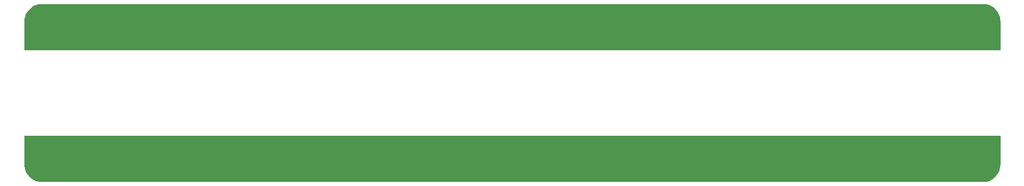
<source format=gbr>
G04 #@! TF.FileFunction,Soldermask,Top*
%FSLAX46Y46*%
G04 Gerber Fmt 4.6, Leading zero omitted, Abs format (unit mm)*
G04 Created by KiCad (PCBNEW 4.0.7-e2-6376~58~ubuntu16.04.1) date Fri Apr 13 19:52:24 2018*
%MOMM*%
%LPD*%
G01*
G04 APERTURE LIST*
%ADD10C,0.100000*%
%ADD11C,0.010000*%
G04 APERTURE END LIST*
D10*
D11*
G36*
X75916902Y-9528175D02*
X75916386Y-9823161D01*
X75915897Y-10093857D01*
X75915423Y-10341372D01*
X75914951Y-10566815D01*
X75914467Y-10771297D01*
X75913960Y-10955927D01*
X75913414Y-11121813D01*
X75912819Y-11270067D01*
X75912160Y-11401797D01*
X75911425Y-11518112D01*
X75910600Y-11620123D01*
X75909673Y-11708939D01*
X75908630Y-11785669D01*
X75907459Y-11851423D01*
X75906147Y-11907311D01*
X75904680Y-11954441D01*
X75903046Y-11993924D01*
X75901231Y-12026869D01*
X75899222Y-12054386D01*
X75897007Y-12077584D01*
X75894572Y-12097572D01*
X75891905Y-12115461D01*
X75888991Y-12132359D01*
X75886166Y-12147550D01*
X75823100Y-12423467D01*
X75741187Y-12682832D01*
X75639885Y-12926701D01*
X75518649Y-13156131D01*
X75376939Y-13372178D01*
X75214211Y-13575899D01*
X75078308Y-13720975D01*
X74890011Y-13895192D01*
X74695972Y-14046166D01*
X74493114Y-14175913D01*
X74278362Y-14286451D01*
X74105018Y-14358961D01*
X74002294Y-14395257D01*
X73889810Y-14430221D01*
X73775953Y-14461534D01*
X73669109Y-14486880D01*
X73583800Y-14503000D01*
X73570087Y-14503324D01*
X73533112Y-14503644D01*
X73472846Y-14503959D01*
X73389262Y-14504270D01*
X73282335Y-14504575D01*
X73152036Y-14504877D01*
X72998339Y-14505173D01*
X72821217Y-14505465D01*
X72620643Y-14505753D01*
X72396590Y-14506036D01*
X72149030Y-14506314D01*
X71877938Y-14506588D01*
X71583285Y-14506857D01*
X71265045Y-14507121D01*
X70923191Y-14507381D01*
X70557697Y-14507636D01*
X70168534Y-14507887D01*
X69755676Y-14508133D01*
X69319096Y-14508375D01*
X68858767Y-14508612D01*
X68374663Y-14508844D01*
X67866755Y-14509072D01*
X67335018Y-14509296D01*
X66779423Y-14509515D01*
X66199945Y-14509729D01*
X65596556Y-14509939D01*
X64969229Y-14510144D01*
X64317937Y-14510344D01*
X63642654Y-14510541D01*
X62943351Y-14510732D01*
X62220003Y-14510919D01*
X61472583Y-14511102D01*
X60701062Y-14511280D01*
X59905415Y-14511453D01*
X59085615Y-14511623D01*
X58241633Y-14511787D01*
X57373444Y-14511947D01*
X56481020Y-14512103D01*
X55564335Y-14512254D01*
X54623361Y-14512400D01*
X53658072Y-14512543D01*
X52668440Y-14512680D01*
X51654439Y-14512813D01*
X50616041Y-14512942D01*
X49553220Y-14513066D01*
X48465948Y-14513186D01*
X47354199Y-14513301D01*
X46217945Y-14513412D01*
X45057160Y-14513519D01*
X43871817Y-14513621D01*
X42661888Y-14513718D01*
X41427347Y-14513812D01*
X40168166Y-14513900D01*
X38884320Y-14513985D01*
X37575780Y-14514064D01*
X36242520Y-14514140D01*
X34884512Y-14514211D01*
X33501730Y-14514277D01*
X32094147Y-14514340D01*
X30661736Y-14514398D01*
X29204470Y-14514451D01*
X27722322Y-14514500D01*
X26215264Y-14514545D01*
X24683271Y-14514585D01*
X23126314Y-14514621D01*
X21544367Y-14514652D01*
X19937403Y-14514679D01*
X18305396Y-14514702D01*
X16648317Y-14514720D01*
X14966140Y-14514734D01*
X13258838Y-14514744D01*
X11526384Y-14514749D01*
X9768752Y-14514750D01*
X7985913Y-14514747D01*
X6177842Y-14514739D01*
X4344510Y-14514727D01*
X2485892Y-14514711D01*
X601960Y-14514690D01*
X-1307313Y-14514665D01*
X-3241953Y-14514636D01*
X-3619500Y-14514630D01*
X-5362108Y-14514600D01*
X-7079486Y-14514569D01*
X-8771805Y-14514537D01*
X-10439235Y-14514504D01*
X-12081946Y-14514470D01*
X-13700109Y-14514434D01*
X-15293895Y-14514397D01*
X-16863473Y-14514359D01*
X-18409015Y-14514319D01*
X-19930689Y-14514278D01*
X-21428668Y-14514236D01*
X-22903121Y-14514192D01*
X-24354218Y-14514146D01*
X-25782131Y-14514099D01*
X-27187028Y-14514050D01*
X-28569082Y-14514000D01*
X-29928462Y-14513947D01*
X-31265338Y-14513893D01*
X-32579881Y-14513838D01*
X-33872261Y-14513780D01*
X-35142649Y-14513721D01*
X-36391215Y-14513659D01*
X-37618129Y-14513596D01*
X-38823563Y-14513531D01*
X-40007685Y-14513464D01*
X-41170667Y-14513394D01*
X-42312679Y-14513323D01*
X-43433891Y-14513249D01*
X-44534474Y-14513173D01*
X-45614598Y-14513095D01*
X-46674434Y-14513015D01*
X-47714151Y-14512933D01*
X-48733921Y-14512848D01*
X-49733913Y-14512760D01*
X-50714299Y-14512671D01*
X-51675247Y-14512579D01*
X-52616930Y-14512484D01*
X-53539517Y-14512387D01*
X-54443178Y-14512287D01*
X-55328084Y-14512185D01*
X-56194405Y-14512080D01*
X-57042312Y-14511972D01*
X-57871976Y-14511861D01*
X-58683565Y-14511748D01*
X-59477252Y-14511632D01*
X-60253206Y-14511513D01*
X-61011597Y-14511391D01*
X-61752596Y-14511267D01*
X-62476374Y-14511139D01*
X-63183101Y-14511008D01*
X-63872946Y-14510875D01*
X-64546081Y-14510738D01*
X-65202676Y-14510598D01*
X-65842902Y-14510455D01*
X-66466928Y-14510308D01*
X-67074925Y-14510159D01*
X-67667063Y-14510006D01*
X-68243513Y-14509850D01*
X-68804446Y-14509690D01*
X-69350031Y-14509527D01*
X-69880439Y-14509361D01*
X-70395840Y-14509191D01*
X-70896406Y-14509017D01*
X-71382305Y-14508840D01*
X-71853709Y-14508660D01*
X-72310787Y-14508475D01*
X-72753711Y-14508287D01*
X-73182651Y-14508096D01*
X-73597776Y-14507900D01*
X-73999258Y-14507701D01*
X-74387267Y-14507498D01*
X-74761973Y-14507291D01*
X-75123546Y-14507080D01*
X-75472158Y-14506865D01*
X-75807978Y-14506647D01*
X-76131176Y-14506424D01*
X-76441924Y-14506197D01*
X-76740391Y-14505966D01*
X-77026748Y-14505730D01*
X-77301165Y-14505491D01*
X-77563812Y-14505247D01*
X-77814861Y-14504999D01*
X-78054481Y-14504747D01*
X-78282843Y-14504491D01*
X-78500117Y-14504230D01*
X-78706474Y-14503964D01*
X-78902083Y-14503694D01*
X-79087116Y-14503420D01*
X-79261743Y-14503141D01*
X-79426133Y-14502857D01*
X-79580458Y-14502569D01*
X-79724888Y-14502276D01*
X-79859593Y-14501979D01*
X-79984744Y-14501677D01*
X-80100511Y-14501369D01*
X-80207064Y-14501057D01*
X-80304573Y-14500741D01*
X-80393210Y-14500419D01*
X-80473145Y-14500092D01*
X-80544547Y-14499761D01*
X-80607588Y-14499424D01*
X-80662437Y-14499082D01*
X-80709265Y-14498735D01*
X-80748243Y-14498384D01*
X-80779540Y-14498026D01*
X-80803328Y-14497664D01*
X-80819776Y-14497296D01*
X-80829056Y-14496923D01*
X-80831124Y-14496724D01*
X-81076814Y-14439091D01*
X-81318026Y-14357579D01*
X-81552226Y-14253632D01*
X-81776878Y-14128696D01*
X-81989448Y-13984217D01*
X-82187401Y-13821640D01*
X-82368203Y-13642411D01*
X-82408876Y-13596947D01*
X-82575533Y-13389058D01*
X-82719941Y-13171944D01*
X-82842863Y-12943988D01*
X-82945060Y-12703569D01*
X-83027294Y-12449068D01*
X-83090327Y-12178865D01*
X-83099681Y-12128500D01*
X-83102797Y-12110670D01*
X-83105658Y-12092764D01*
X-83108277Y-12073666D01*
X-83110667Y-12052260D01*
X-83112840Y-12027430D01*
X-83114811Y-11998061D01*
X-83116593Y-11963037D01*
X-83118197Y-11921242D01*
X-83119638Y-11871560D01*
X-83120929Y-11812875D01*
X-83122083Y-11744073D01*
X-83123112Y-11664037D01*
X-83124030Y-11571651D01*
X-83124850Y-11465799D01*
X-83125585Y-11345367D01*
X-83126248Y-11209238D01*
X-83126853Y-11056296D01*
X-83127412Y-10885426D01*
X-83127938Y-10695512D01*
X-83128446Y-10485439D01*
X-83128947Y-10254090D01*
X-83129454Y-10000349D01*
X-83129982Y-9723102D01*
X-83130368Y-9515475D01*
X-83134936Y-7048500D01*
X75921215Y-7048500D01*
X75916902Y-9528175D01*
X75916902Y-9528175D01*
G37*
X75916902Y-9528175D02*
X75916386Y-9823161D01*
X75915897Y-10093857D01*
X75915423Y-10341372D01*
X75914951Y-10566815D01*
X75914467Y-10771297D01*
X75913960Y-10955927D01*
X75913414Y-11121813D01*
X75912819Y-11270067D01*
X75912160Y-11401797D01*
X75911425Y-11518112D01*
X75910600Y-11620123D01*
X75909673Y-11708939D01*
X75908630Y-11785669D01*
X75907459Y-11851423D01*
X75906147Y-11907311D01*
X75904680Y-11954441D01*
X75903046Y-11993924D01*
X75901231Y-12026869D01*
X75899222Y-12054386D01*
X75897007Y-12077584D01*
X75894572Y-12097572D01*
X75891905Y-12115461D01*
X75888991Y-12132359D01*
X75886166Y-12147550D01*
X75823100Y-12423467D01*
X75741187Y-12682832D01*
X75639885Y-12926701D01*
X75518649Y-13156131D01*
X75376939Y-13372178D01*
X75214211Y-13575899D01*
X75078308Y-13720975D01*
X74890011Y-13895192D01*
X74695972Y-14046166D01*
X74493114Y-14175913D01*
X74278362Y-14286451D01*
X74105018Y-14358961D01*
X74002294Y-14395257D01*
X73889810Y-14430221D01*
X73775953Y-14461534D01*
X73669109Y-14486880D01*
X73583800Y-14503000D01*
X73570087Y-14503324D01*
X73533112Y-14503644D01*
X73472846Y-14503959D01*
X73389262Y-14504270D01*
X73282335Y-14504575D01*
X73152036Y-14504877D01*
X72998339Y-14505173D01*
X72821217Y-14505465D01*
X72620643Y-14505753D01*
X72396590Y-14506036D01*
X72149030Y-14506314D01*
X71877938Y-14506588D01*
X71583285Y-14506857D01*
X71265045Y-14507121D01*
X70923191Y-14507381D01*
X70557697Y-14507636D01*
X70168534Y-14507887D01*
X69755676Y-14508133D01*
X69319096Y-14508375D01*
X68858767Y-14508612D01*
X68374663Y-14508844D01*
X67866755Y-14509072D01*
X67335018Y-14509296D01*
X66779423Y-14509515D01*
X66199945Y-14509729D01*
X65596556Y-14509939D01*
X64969229Y-14510144D01*
X64317937Y-14510344D01*
X63642654Y-14510541D01*
X62943351Y-14510732D01*
X62220003Y-14510919D01*
X61472583Y-14511102D01*
X60701062Y-14511280D01*
X59905415Y-14511453D01*
X59085615Y-14511623D01*
X58241633Y-14511787D01*
X57373444Y-14511947D01*
X56481020Y-14512103D01*
X55564335Y-14512254D01*
X54623361Y-14512400D01*
X53658072Y-14512543D01*
X52668440Y-14512680D01*
X51654439Y-14512813D01*
X50616041Y-14512942D01*
X49553220Y-14513066D01*
X48465948Y-14513186D01*
X47354199Y-14513301D01*
X46217945Y-14513412D01*
X45057160Y-14513519D01*
X43871817Y-14513621D01*
X42661888Y-14513718D01*
X41427347Y-14513812D01*
X40168166Y-14513900D01*
X38884320Y-14513985D01*
X37575780Y-14514064D01*
X36242520Y-14514140D01*
X34884512Y-14514211D01*
X33501730Y-14514277D01*
X32094147Y-14514340D01*
X30661736Y-14514398D01*
X29204470Y-14514451D01*
X27722322Y-14514500D01*
X26215264Y-14514545D01*
X24683271Y-14514585D01*
X23126314Y-14514621D01*
X21544367Y-14514652D01*
X19937403Y-14514679D01*
X18305396Y-14514702D01*
X16648317Y-14514720D01*
X14966140Y-14514734D01*
X13258838Y-14514744D01*
X11526384Y-14514749D01*
X9768752Y-14514750D01*
X7985913Y-14514747D01*
X6177842Y-14514739D01*
X4344510Y-14514727D01*
X2485892Y-14514711D01*
X601960Y-14514690D01*
X-1307313Y-14514665D01*
X-3241953Y-14514636D01*
X-3619500Y-14514630D01*
X-5362108Y-14514600D01*
X-7079486Y-14514569D01*
X-8771805Y-14514537D01*
X-10439235Y-14514504D01*
X-12081946Y-14514470D01*
X-13700109Y-14514434D01*
X-15293895Y-14514397D01*
X-16863473Y-14514359D01*
X-18409015Y-14514319D01*
X-19930689Y-14514278D01*
X-21428668Y-14514236D01*
X-22903121Y-14514192D01*
X-24354218Y-14514146D01*
X-25782131Y-14514099D01*
X-27187028Y-14514050D01*
X-28569082Y-14514000D01*
X-29928462Y-14513947D01*
X-31265338Y-14513893D01*
X-32579881Y-14513838D01*
X-33872261Y-14513780D01*
X-35142649Y-14513721D01*
X-36391215Y-14513659D01*
X-37618129Y-14513596D01*
X-38823563Y-14513531D01*
X-40007685Y-14513464D01*
X-41170667Y-14513394D01*
X-42312679Y-14513323D01*
X-43433891Y-14513249D01*
X-44534474Y-14513173D01*
X-45614598Y-14513095D01*
X-46674434Y-14513015D01*
X-47714151Y-14512933D01*
X-48733921Y-14512848D01*
X-49733913Y-14512760D01*
X-50714299Y-14512671D01*
X-51675247Y-14512579D01*
X-52616930Y-14512484D01*
X-53539517Y-14512387D01*
X-54443178Y-14512287D01*
X-55328084Y-14512185D01*
X-56194405Y-14512080D01*
X-57042312Y-14511972D01*
X-57871976Y-14511861D01*
X-58683565Y-14511748D01*
X-59477252Y-14511632D01*
X-60253206Y-14511513D01*
X-61011597Y-14511391D01*
X-61752596Y-14511267D01*
X-62476374Y-14511139D01*
X-63183101Y-14511008D01*
X-63872946Y-14510875D01*
X-64546081Y-14510738D01*
X-65202676Y-14510598D01*
X-65842902Y-14510455D01*
X-66466928Y-14510308D01*
X-67074925Y-14510159D01*
X-67667063Y-14510006D01*
X-68243513Y-14509850D01*
X-68804446Y-14509690D01*
X-69350031Y-14509527D01*
X-69880439Y-14509361D01*
X-70395840Y-14509191D01*
X-70896406Y-14509017D01*
X-71382305Y-14508840D01*
X-71853709Y-14508660D01*
X-72310787Y-14508475D01*
X-72753711Y-14508287D01*
X-73182651Y-14508096D01*
X-73597776Y-14507900D01*
X-73999258Y-14507701D01*
X-74387267Y-14507498D01*
X-74761973Y-14507291D01*
X-75123546Y-14507080D01*
X-75472158Y-14506865D01*
X-75807978Y-14506647D01*
X-76131176Y-14506424D01*
X-76441924Y-14506197D01*
X-76740391Y-14505966D01*
X-77026748Y-14505730D01*
X-77301165Y-14505491D01*
X-77563812Y-14505247D01*
X-77814861Y-14504999D01*
X-78054481Y-14504747D01*
X-78282843Y-14504491D01*
X-78500117Y-14504230D01*
X-78706474Y-14503964D01*
X-78902083Y-14503694D01*
X-79087116Y-14503420D01*
X-79261743Y-14503141D01*
X-79426133Y-14502857D01*
X-79580458Y-14502569D01*
X-79724888Y-14502276D01*
X-79859593Y-14501979D01*
X-79984744Y-14501677D01*
X-80100511Y-14501369D01*
X-80207064Y-14501057D01*
X-80304573Y-14500741D01*
X-80393210Y-14500419D01*
X-80473145Y-14500092D01*
X-80544547Y-14499761D01*
X-80607588Y-14499424D01*
X-80662437Y-14499082D01*
X-80709265Y-14498735D01*
X-80748243Y-14498384D01*
X-80779540Y-14498026D01*
X-80803328Y-14497664D01*
X-80819776Y-14497296D01*
X-80829056Y-14496923D01*
X-80831124Y-14496724D01*
X-81076814Y-14439091D01*
X-81318026Y-14357579D01*
X-81552226Y-14253632D01*
X-81776878Y-14128696D01*
X-81989448Y-13984217D01*
X-82187401Y-13821640D01*
X-82368203Y-13642411D01*
X-82408876Y-13596947D01*
X-82575533Y-13389058D01*
X-82719941Y-13171944D01*
X-82842863Y-12943988D01*
X-82945060Y-12703569D01*
X-83027294Y-12449068D01*
X-83090327Y-12178865D01*
X-83099681Y-12128500D01*
X-83102797Y-12110670D01*
X-83105658Y-12092764D01*
X-83108277Y-12073666D01*
X-83110667Y-12052260D01*
X-83112840Y-12027430D01*
X-83114811Y-11998061D01*
X-83116593Y-11963037D01*
X-83118197Y-11921242D01*
X-83119638Y-11871560D01*
X-83120929Y-11812875D01*
X-83122083Y-11744073D01*
X-83123112Y-11664037D01*
X-83124030Y-11571651D01*
X-83124850Y-11465799D01*
X-83125585Y-11345367D01*
X-83126248Y-11209238D01*
X-83126853Y-11056296D01*
X-83127412Y-10885426D01*
X-83127938Y-10695512D01*
X-83128446Y-10485439D01*
X-83128947Y-10254090D01*
X-83129454Y-10000349D01*
X-83129982Y-9723102D01*
X-83130368Y-9515475D01*
X-83134936Y-7048500D01*
X75921215Y-7048500D01*
X75916902Y-9528175D01*
G36*
X73816634Y14426836D02*
X73930953Y14394178D01*
X74058143Y14350452D01*
X74189942Y14298684D01*
X74305419Y14247836D01*
X74520437Y14134168D01*
X74727058Y13998022D01*
X74923190Y13841524D01*
X75106743Y13666800D01*
X75275626Y13475977D01*
X75427748Y13271182D01*
X75561018Y13054540D01*
X75649464Y12881010D01*
X75726398Y12700313D01*
X75790769Y12514493D01*
X75844665Y12316862D01*
X75886167Y12122150D01*
X75889304Y12105241D01*
X75892184Y12088334D01*
X75894821Y12070323D01*
X75897228Y12050102D01*
X75899418Y12026564D01*
X75901403Y11998603D01*
X75903197Y11965113D01*
X75904813Y11924987D01*
X75906263Y11877118D01*
X75907560Y11820402D01*
X75908717Y11753730D01*
X75909748Y11675997D01*
X75910664Y11586096D01*
X75911480Y11482921D01*
X75912208Y11365366D01*
X75912860Y11232324D01*
X75913450Y11082689D01*
X75913991Y10915354D01*
X75914496Y10729212D01*
X75914977Y10523159D01*
X75915447Y10296087D01*
X75915920Y10046889D01*
X75916408Y9774460D01*
X75916903Y9490075D01*
X75921212Y6997700D01*
X-3600543Y6997700D01*
X-5364482Y6997701D01*
X-7103190Y6997703D01*
X-8816839Y6997707D01*
X-10505599Y6997712D01*
X-12169640Y6997718D01*
X-13809131Y6997726D01*
X-15424244Y6997736D01*
X-17015149Y6997747D01*
X-18582015Y6997760D01*
X-20125013Y6997774D01*
X-21644314Y6997790D01*
X-23140086Y6997808D01*
X-24612502Y6997828D01*
X-26061730Y6997850D01*
X-27487941Y6997873D01*
X-28891305Y6997899D01*
X-30271993Y6997926D01*
X-31630174Y6997955D01*
X-32966019Y6997986D01*
X-34279699Y6998020D01*
X-35571382Y6998055D01*
X-36841241Y6998092D01*
X-38089444Y6998132D01*
X-39316161Y6998174D01*
X-40521565Y6998218D01*
X-41705823Y6998264D01*
X-42869107Y6998313D01*
X-44011587Y6998364D01*
X-45133433Y6998417D01*
X-46234815Y6998473D01*
X-47315903Y6998531D01*
X-48376869Y6998592D01*
X-49417881Y6998655D01*
X-50439110Y6998720D01*
X-51440726Y6998789D01*
X-52422901Y6998860D01*
X-53385802Y6998933D01*
X-54329602Y6999009D01*
X-55254470Y6999088D01*
X-56160576Y6999170D01*
X-57048091Y6999255D01*
X-57917185Y6999342D01*
X-58768028Y6999432D01*
X-59600790Y6999526D01*
X-60415642Y6999622D01*
X-61212753Y6999721D01*
X-61992294Y6999823D01*
X-62754435Y6999928D01*
X-63499347Y7000037D01*
X-64227199Y7000148D01*
X-64938162Y7000263D01*
X-65632406Y7000380D01*
X-66310101Y7000501D01*
X-66971418Y7000626D01*
X-67616526Y7000753D01*
X-68245596Y7000884D01*
X-68858798Y7001019D01*
X-69456302Y7001156D01*
X-70038279Y7001298D01*
X-70604898Y7001442D01*
X-71156331Y7001591D01*
X-71692746Y7001742D01*
X-72214315Y7001898D01*
X-72721207Y7002057D01*
X-73213593Y7002219D01*
X-73691644Y7002386D01*
X-74155528Y7002556D01*
X-74605417Y7002730D01*
X-75041480Y7002908D01*
X-75463889Y7003089D01*
X-75872812Y7003275D01*
X-76268421Y7003464D01*
X-76650885Y7003658D01*
X-77020375Y7003855D01*
X-77377060Y7004057D01*
X-77721112Y7004262D01*
X-78052701Y7004472D01*
X-78371995Y7004686D01*
X-78679167Y7004904D01*
X-78974386Y7005126D01*
X-79257822Y7005352D01*
X-79529645Y7005583D01*
X-79790026Y7005818D01*
X-80039135Y7006057D01*
X-80277142Y7006301D01*
X-80504217Y7006549D01*
X-80720531Y7006802D01*
X-80926253Y7007059D01*
X-81121554Y7007321D01*
X-81306605Y7007587D01*
X-81481575Y7007858D01*
X-81646634Y7008134D01*
X-81801954Y7008414D01*
X-81947703Y7008699D01*
X-82084052Y7008989D01*
X-82211172Y7009284D01*
X-82329233Y7009583D01*
X-82438405Y7009887D01*
X-82538857Y7010196D01*
X-82630761Y7010511D01*
X-82714287Y7010830D01*
X-82789604Y7011154D01*
X-82856883Y7011483D01*
X-82916294Y7011817D01*
X-82968008Y7012157D01*
X-83012194Y7012501D01*
X-83049024Y7012851D01*
X-83078666Y7013206D01*
X-83101291Y7013566D01*
X-83117070Y7013932D01*
X-83126173Y7014302D01*
X-83128796Y7014634D01*
X-83129432Y7028865D01*
X-83130005Y7067257D01*
X-83130515Y7128571D01*
X-83130961Y7211569D01*
X-83131341Y7315012D01*
X-83131655Y7437662D01*
X-83131901Y7578278D01*
X-83132079Y7735624D01*
X-83132187Y7908460D01*
X-83132224Y8095547D01*
X-83132190Y8295647D01*
X-83132083Y8507520D01*
X-83131902Y8729929D01*
X-83131646Y8961634D01*
X-83131314Y9201397D01*
X-83130906Y9447978D01*
X-83130868Y9468909D01*
X-83126442Y11906250D01*
X-83097962Y12071350D01*
X-83055702Y12283935D01*
X-83004684Y12478920D01*
X-82942787Y12663226D01*
X-82867887Y12843772D01*
X-82847846Y12887089D01*
X-82722673Y13123675D01*
X-82577756Y13345430D01*
X-82414353Y13551299D01*
X-82233719Y13740224D01*
X-82037111Y13911150D01*
X-81825785Y14063021D01*
X-81600997Y14194781D01*
X-81364004Y14305374D01*
X-81116063Y14393744D01*
X-81024285Y14419934D01*
X-80901920Y14452600D01*
X73712918Y14452600D01*
X73816634Y14426836D01*
X73816634Y14426836D01*
G37*
X73816634Y14426836D02*
X73930953Y14394178D01*
X74058143Y14350452D01*
X74189942Y14298684D01*
X74305419Y14247836D01*
X74520437Y14134168D01*
X74727058Y13998022D01*
X74923190Y13841524D01*
X75106743Y13666800D01*
X75275626Y13475977D01*
X75427748Y13271182D01*
X75561018Y13054540D01*
X75649464Y12881010D01*
X75726398Y12700313D01*
X75790769Y12514493D01*
X75844665Y12316862D01*
X75886167Y12122150D01*
X75889304Y12105241D01*
X75892184Y12088334D01*
X75894821Y12070323D01*
X75897228Y12050102D01*
X75899418Y12026564D01*
X75901403Y11998603D01*
X75903197Y11965113D01*
X75904813Y11924987D01*
X75906263Y11877118D01*
X75907560Y11820402D01*
X75908717Y11753730D01*
X75909748Y11675997D01*
X75910664Y11586096D01*
X75911480Y11482921D01*
X75912208Y11365366D01*
X75912860Y11232324D01*
X75913450Y11082689D01*
X75913991Y10915354D01*
X75914496Y10729212D01*
X75914977Y10523159D01*
X75915447Y10296087D01*
X75915920Y10046889D01*
X75916408Y9774460D01*
X75916903Y9490075D01*
X75921212Y6997700D01*
X-3600543Y6997700D01*
X-5364482Y6997701D01*
X-7103190Y6997703D01*
X-8816839Y6997707D01*
X-10505599Y6997712D01*
X-12169640Y6997718D01*
X-13809131Y6997726D01*
X-15424244Y6997736D01*
X-17015149Y6997747D01*
X-18582015Y6997760D01*
X-20125013Y6997774D01*
X-21644314Y6997790D01*
X-23140086Y6997808D01*
X-24612502Y6997828D01*
X-26061730Y6997850D01*
X-27487941Y6997873D01*
X-28891305Y6997899D01*
X-30271993Y6997926D01*
X-31630174Y6997955D01*
X-32966019Y6997986D01*
X-34279699Y6998020D01*
X-35571382Y6998055D01*
X-36841241Y6998092D01*
X-38089444Y6998132D01*
X-39316161Y6998174D01*
X-40521565Y6998218D01*
X-41705823Y6998264D01*
X-42869107Y6998313D01*
X-44011587Y6998364D01*
X-45133433Y6998417D01*
X-46234815Y6998473D01*
X-47315903Y6998531D01*
X-48376869Y6998592D01*
X-49417881Y6998655D01*
X-50439110Y6998720D01*
X-51440726Y6998789D01*
X-52422901Y6998860D01*
X-53385802Y6998933D01*
X-54329602Y6999009D01*
X-55254470Y6999088D01*
X-56160576Y6999170D01*
X-57048091Y6999255D01*
X-57917185Y6999342D01*
X-58768028Y6999432D01*
X-59600790Y6999526D01*
X-60415642Y6999622D01*
X-61212753Y6999721D01*
X-61992294Y6999823D01*
X-62754435Y6999928D01*
X-63499347Y7000037D01*
X-64227199Y7000148D01*
X-64938162Y7000263D01*
X-65632406Y7000380D01*
X-66310101Y7000501D01*
X-66971418Y7000626D01*
X-67616526Y7000753D01*
X-68245596Y7000884D01*
X-68858798Y7001019D01*
X-69456302Y7001156D01*
X-70038279Y7001298D01*
X-70604898Y7001442D01*
X-71156331Y7001591D01*
X-71692746Y7001742D01*
X-72214315Y7001898D01*
X-72721207Y7002057D01*
X-73213593Y7002219D01*
X-73691644Y7002386D01*
X-74155528Y7002556D01*
X-74605417Y7002730D01*
X-75041480Y7002908D01*
X-75463889Y7003089D01*
X-75872812Y7003275D01*
X-76268421Y7003464D01*
X-76650885Y7003658D01*
X-77020375Y7003855D01*
X-77377060Y7004057D01*
X-77721112Y7004262D01*
X-78052701Y7004472D01*
X-78371995Y7004686D01*
X-78679167Y7004904D01*
X-78974386Y7005126D01*
X-79257822Y7005352D01*
X-79529645Y7005583D01*
X-79790026Y7005818D01*
X-80039135Y7006057D01*
X-80277142Y7006301D01*
X-80504217Y7006549D01*
X-80720531Y7006802D01*
X-80926253Y7007059D01*
X-81121554Y7007321D01*
X-81306605Y7007587D01*
X-81481575Y7007858D01*
X-81646634Y7008134D01*
X-81801954Y7008414D01*
X-81947703Y7008699D01*
X-82084052Y7008989D01*
X-82211172Y7009284D01*
X-82329233Y7009583D01*
X-82438405Y7009887D01*
X-82538857Y7010196D01*
X-82630761Y7010511D01*
X-82714287Y7010830D01*
X-82789604Y7011154D01*
X-82856883Y7011483D01*
X-82916294Y7011817D01*
X-82968008Y7012157D01*
X-83012194Y7012501D01*
X-83049024Y7012851D01*
X-83078666Y7013206D01*
X-83101291Y7013566D01*
X-83117070Y7013932D01*
X-83126173Y7014302D01*
X-83128796Y7014634D01*
X-83129432Y7028865D01*
X-83130005Y7067257D01*
X-83130515Y7128571D01*
X-83130961Y7211569D01*
X-83131341Y7315012D01*
X-83131655Y7437662D01*
X-83131901Y7578278D01*
X-83132079Y7735624D01*
X-83132187Y7908460D01*
X-83132224Y8095547D01*
X-83132190Y8295647D01*
X-83132083Y8507520D01*
X-83131902Y8729929D01*
X-83131646Y8961634D01*
X-83131314Y9201397D01*
X-83130906Y9447978D01*
X-83130868Y9468909D01*
X-83126442Y11906250D01*
X-83097962Y12071350D01*
X-83055702Y12283935D01*
X-83004684Y12478920D01*
X-82942787Y12663226D01*
X-82867887Y12843772D01*
X-82847846Y12887089D01*
X-82722673Y13123675D01*
X-82577756Y13345430D01*
X-82414353Y13551299D01*
X-82233719Y13740224D01*
X-82037111Y13911150D01*
X-81825785Y14063021D01*
X-81600997Y14194781D01*
X-81364004Y14305374D01*
X-81116063Y14393744D01*
X-81024285Y14419934D01*
X-80901920Y14452600D01*
X73712918Y14452600D01*
X73816634Y14426836D01*
M02*

</source>
